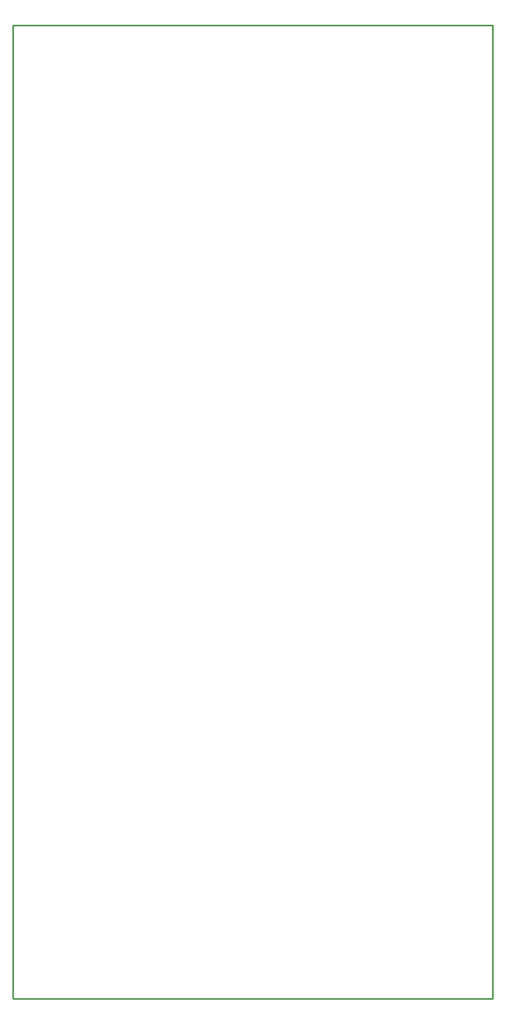
<source format=gbr>
%TF.GenerationSoftware,KiCad,Pcbnew,9.0.1*%
%TF.CreationDate,2025-04-16T15:20:24-04:00*%
%TF.ProjectId,KiCad 9 6502 ROR Test Board V2.0T,4b694361-6420-4392-9036-35303220524f,rev?*%
%TF.SameCoordinates,Original*%
%TF.FileFunction,Profile,NP*%
%FSLAX46Y46*%
G04 Gerber Fmt 4.6, Leading zero omitted, Abs format (unit mm)*
G04 Created by KiCad (PCBNEW 9.0.1) date 2025-04-16 15:20:24*
%MOMM*%
%LPD*%
G01*
G04 APERTURE LIST*
%TA.AperFunction,Profile*%
%ADD10C,0.254000*%
%TD*%
G04 APERTURE END LIST*
D10*
X110000000Y-35540000D02*
X110000000Y-26777000D01*
X110000000Y-179939000D02*
X110000000Y-186416000D01*
X110000000Y-35540000D02*
X110000000Y-160000000D01*
X188740000Y-160000000D02*
X188740000Y-179939000D01*
X188740000Y-179939000D02*
X188740000Y-186416000D01*
X188740000Y-160000000D02*
X188740000Y-35540000D01*
X188740000Y-26777000D02*
X110000000Y-26777000D01*
X110000000Y-179939000D02*
X110000000Y-160000000D01*
X188740000Y-35540000D02*
X188740000Y-26777000D01*
X110000000Y-186416000D02*
X136924000Y-186416000D01*
X188740000Y-186416000D02*
X136924000Y-186416000D01*
M02*

</source>
